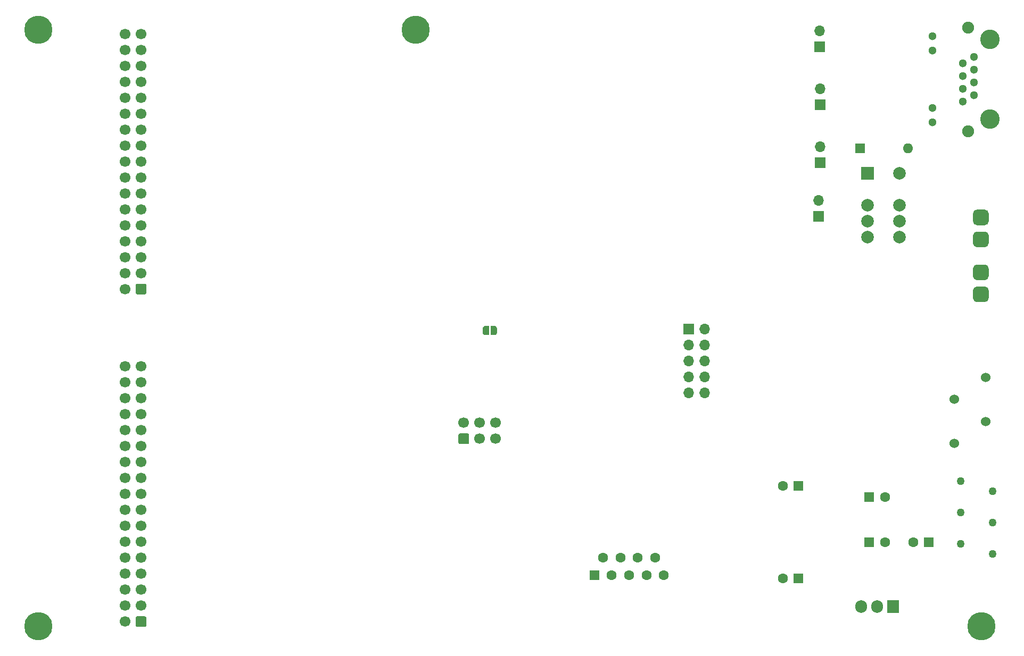
<source format=gbr>
%TF.GenerationSoftware,KiCad,Pcbnew,(5.1.9)-1*%
%TF.CreationDate,2021-05-20T17:23:25+02:00*%
%TF.ProjectId,AR2ISS_AntCTL_HW,41523249-5353-45f4-916e-7443544c5f48,rev?*%
%TF.SameCoordinates,PX2625a00PY8f0d180*%
%TF.FileFunction,Soldermask,Bot*%
%TF.FilePolarity,Negative*%
%FSLAX46Y46*%
G04 Gerber Fmt 4.6, Leading zero omitted, Abs format (unit mm)*
G04 Created by KiCad (PCBNEW (5.1.9)-1) date 2021-05-20 17:23:25*
%MOMM*%
%LPD*%
G01*
G04 APERTURE LIST*
%ADD10C,3.100000*%
%ADD11C,1.900000*%
%ADD12C,1.300000*%
%ADD13R,1.700000X1.700000*%
%ADD14O,1.700000X1.700000*%
%ADD15C,2.000000*%
%ADD16R,2.000000X2.000000*%
%ADD17C,4.500000*%
%ADD18C,1.600000*%
%ADD19R,1.600000X1.600000*%
%ADD20C,1.524000*%
%ADD21O,1.600000X1.600000*%
%ADD22C,1.270000*%
%ADD23C,1.500000*%
%ADD24C,1.700000*%
%ADD25C,0.100000*%
%ADD26R,1.905000X2.000000*%
%ADD27O,1.905000X2.000000*%
G04 APERTURE END LIST*
D10*
%TO.C,J9*%
X155350000Y88750000D03*
X155350000Y101450000D03*
D11*
X151920000Y86850000D03*
X151920000Y103350000D03*
D12*
X152810000Y98670000D03*
X151030000Y97650000D03*
X152810000Y96630000D03*
X151030000Y95610000D03*
X152810000Y94590000D03*
X151030000Y93570000D03*
X152810000Y92550000D03*
X151030000Y91530000D03*
X146170000Y88240000D03*
X146170000Y90530000D03*
X146170000Y99670000D03*
X146170000Y101960000D03*
%TD*%
D13*
%TO.C,J11*%
X128110000Y73280000D03*
D14*
X128110000Y75820000D03*
%TD*%
%TO.C,J13*%
X128250000Y102790000D03*
D13*
X128250000Y100250000D03*
%TD*%
D14*
%TO.C,J12*%
X128370000Y93570000D03*
D13*
X128370000Y91030000D03*
%TD*%
D14*
%TO.C,J10*%
X128360000Y84360000D03*
D13*
X128360000Y81820000D03*
%TD*%
D15*
%TO.C,K1*%
X140983500Y72497000D03*
X135903500Y72497000D03*
X140983500Y80117000D03*
X140983500Y75037000D03*
D16*
X135903500Y80117000D03*
D15*
X135903500Y75037000D03*
X140983500Y69957000D03*
X135903500Y69957000D03*
%TD*%
D17*
%TO.C,U4*%
X154000000Y8000000D03*
%TD*%
%TO.C,U2*%
X64000000Y103000000D03*
%TD*%
D18*
%TO.C,J7*%
X102098500Y18957000D03*
X99328500Y18957000D03*
X96558500Y18957000D03*
X93788500Y18957000D03*
X103483500Y16117000D03*
X100713500Y16117000D03*
X97943500Y16117000D03*
X95173500Y16117000D03*
D19*
X92403500Y16117000D03*
%TD*%
D18*
%TO.C,C10*%
X138653500Y28617000D03*
D19*
X136153500Y28617000D03*
%TD*%
D18*
%TO.C,C7*%
X138653500Y21367000D03*
D19*
X136153500Y21367000D03*
%TD*%
D18*
%TO.C,C6*%
X122403500Y30367000D03*
D19*
X124903500Y30367000D03*
%TD*%
D18*
%TO.C,C2*%
X122403500Y15617000D03*
D19*
X124903500Y15617000D03*
%TD*%
D18*
%TO.C,C1*%
X143153500Y21367000D03*
D19*
X145653500Y21367000D03*
%TD*%
D20*
%TO.C,J2*%
X154653500Y47617004D03*
X149653500Y44117004D03*
X154653500Y40617003D03*
X149653500Y37117003D03*
%TD*%
D19*
%TO.C,D8*%
X134653500Y84117000D03*
D21*
X142273500Y84117000D03*
%TD*%
D22*
%TO.C,F1*%
X155753500Y24517000D03*
X150653500Y26117000D03*
%TD*%
%TO.C,F2*%
X150653500Y31117000D03*
X155753500Y29517000D03*
%TD*%
%TO.C,F3*%
X155753500Y19517000D03*
X150653500Y21117000D03*
%TD*%
%TO.C,J1*%
G36*
G01*
X154528500Y63117000D02*
X153278500Y63117000D01*
G75*
G02*
X152653500Y63742000I0J625000D01*
G01*
X152653500Y64992000D01*
G75*
G02*
X153278500Y65617000I625000J0D01*
G01*
X154528500Y65617000D01*
G75*
G02*
X155153500Y64992000I0J-625000D01*
G01*
X155153500Y63742000D01*
G75*
G02*
X154528500Y63117000I-625000J0D01*
G01*
G37*
G36*
G01*
X154528500Y59617000D02*
X153278500Y59617000D01*
G75*
G02*
X152653500Y60242000I0J625000D01*
G01*
X152653500Y61492000D01*
G75*
G02*
X153278500Y62117000I625000J0D01*
G01*
X154528500Y62117000D01*
G75*
G02*
X155153500Y61492000I0J-625000D01*
G01*
X155153500Y60242000D01*
G75*
G02*
X154528500Y59617000I-625000J0D01*
G01*
G37*
D23*
X153903500Y60867000D03*
X153903500Y64367000D03*
%TD*%
D24*
%TO.C,J3*%
X17767000Y49374000D03*
X17767000Y46834000D03*
X17767000Y44294000D03*
X17767000Y41754000D03*
X17767000Y39214000D03*
X17767000Y36674000D03*
X17767000Y34134000D03*
X17767000Y31594000D03*
X17767000Y29054000D03*
X17767000Y26514000D03*
X17767000Y23974000D03*
X17767000Y21434000D03*
X17767000Y18894000D03*
X17767000Y16354000D03*
X17767000Y13814000D03*
X17767000Y11274000D03*
X17767000Y8734000D03*
X20307000Y49374000D03*
X20307000Y46834000D03*
X20307000Y44294000D03*
X20307000Y41754000D03*
X20307000Y39214000D03*
X20307000Y36674000D03*
X20307000Y34134000D03*
X20307000Y31594000D03*
X20307000Y29054000D03*
X20307000Y26514000D03*
X20307000Y23974000D03*
X20307000Y21434000D03*
X20307000Y18894000D03*
X20307000Y16354000D03*
X20307000Y13814000D03*
X20307000Y11274000D03*
G36*
G01*
X21157000Y9334000D02*
X21157000Y8134000D01*
G75*
G02*
X20907000Y7884000I-250000J0D01*
G01*
X19707000Y7884000D01*
G75*
G02*
X19457000Y8134000I0J250000D01*
G01*
X19457000Y9334000D01*
G75*
G02*
X19707000Y9584000I250000J0D01*
G01*
X20907000Y9584000D01*
G75*
G02*
X21157000Y9334000I0J-250000D01*
G01*
G37*
%TD*%
%TO.C,J4*%
G36*
G01*
X21157000Y62294000D02*
X21157000Y61094000D01*
G75*
G02*
X20907000Y60844000I-250000J0D01*
G01*
X19707000Y60844000D01*
G75*
G02*
X19457000Y61094000I0J250000D01*
G01*
X19457000Y62294000D01*
G75*
G02*
X19707000Y62544000I250000J0D01*
G01*
X20907000Y62544000D01*
G75*
G02*
X21157000Y62294000I0J-250000D01*
G01*
G37*
X20307000Y64234000D03*
X20307000Y66774000D03*
X20307000Y69314000D03*
X20307000Y71854000D03*
X20307000Y74394000D03*
X20307000Y76934000D03*
X20307000Y79474000D03*
X20307000Y82014000D03*
X20307000Y84554000D03*
X20307000Y87094000D03*
X20307000Y89634000D03*
X20307000Y92174000D03*
X20307000Y94714000D03*
X20307000Y97254000D03*
X20307000Y99794000D03*
X20307000Y102334000D03*
X17767000Y61694000D03*
X17767000Y64234000D03*
X17767000Y66774000D03*
X17767000Y69314000D03*
X17767000Y71854000D03*
X17767000Y74394000D03*
X17767000Y76934000D03*
X17767000Y79474000D03*
X17767000Y82014000D03*
X17767000Y84554000D03*
X17767000Y87094000D03*
X17767000Y89634000D03*
X17767000Y92174000D03*
X17767000Y94714000D03*
X17767000Y97254000D03*
X17767000Y99794000D03*
X17767000Y102334000D03*
%TD*%
%TO.C,J5*%
G36*
G01*
X72253500Y37017000D02*
X71053500Y37017000D01*
G75*
G02*
X70803500Y37267000I0J250000D01*
G01*
X70803500Y38467000D01*
G75*
G02*
X71053500Y38717000I250000J0D01*
G01*
X72253500Y38717000D01*
G75*
G02*
X72503500Y38467000I0J-250000D01*
G01*
X72503500Y37267000D01*
G75*
G02*
X72253500Y37017000I-250000J0D01*
G01*
G37*
X74193500Y37867000D03*
X76733500Y37867000D03*
X71653500Y40407000D03*
X74193500Y40407000D03*
X76733500Y40407000D03*
%TD*%
D13*
%TO.C,J6*%
X107403500Y55367000D03*
D14*
X109943500Y55367000D03*
X107403500Y52827000D03*
X109943500Y52827000D03*
X107403500Y50287000D03*
X109943500Y50287000D03*
X107403500Y47747000D03*
X109943500Y47747000D03*
X107403500Y45207000D03*
X109943500Y45207000D03*
%TD*%
D23*
%TO.C,J8*%
X153903500Y73117000D03*
X153903500Y69617000D03*
G36*
G01*
X154528500Y68367000D02*
X153278500Y68367000D01*
G75*
G02*
X152653500Y68992000I0J625000D01*
G01*
X152653500Y70242000D01*
G75*
G02*
X153278500Y70867000I625000J0D01*
G01*
X154528500Y70867000D01*
G75*
G02*
X155153500Y70242000I0J-625000D01*
G01*
X155153500Y68992000D01*
G75*
G02*
X154528500Y68367000I-625000J0D01*
G01*
G37*
G36*
G01*
X154528500Y71867000D02*
X153278500Y71867000D01*
G75*
G02*
X152653500Y72492000I0J625000D01*
G01*
X152653500Y73742000D01*
G75*
G02*
X153278500Y74367000I625000J0D01*
G01*
X154528500Y74367000D01*
G75*
G02*
X155153500Y73742000I0J-625000D01*
G01*
X155153500Y72492000D01*
G75*
G02*
X154528500Y71867000I-625000J0D01*
G01*
G37*
%TD*%
D25*
%TO.C,JP1*%
G36*
X75153500Y54367602D02*
G01*
X75128966Y54367602D01*
X75080135Y54372412D01*
X75032010Y54381984D01*
X74985055Y54396228D01*
X74939722Y54415005D01*
X74896449Y54438136D01*
X74855650Y54465396D01*
X74817721Y54496524D01*
X74783024Y54531221D01*
X74751896Y54569150D01*
X74724636Y54609949D01*
X74701505Y54653222D01*
X74682728Y54698555D01*
X74668484Y54745510D01*
X74658912Y54793635D01*
X74654102Y54842466D01*
X74654102Y54867000D01*
X74653500Y54867000D01*
X74653500Y55367000D01*
X74654102Y55367000D01*
X74654102Y55391534D01*
X74658912Y55440365D01*
X74668484Y55488490D01*
X74682728Y55535445D01*
X74701505Y55580778D01*
X74724636Y55624051D01*
X74751896Y55664850D01*
X74783024Y55702779D01*
X74817721Y55737476D01*
X74855650Y55768604D01*
X74896449Y55795864D01*
X74939722Y55818995D01*
X74985055Y55837772D01*
X75032010Y55852016D01*
X75080135Y55861588D01*
X75128966Y55866398D01*
X75153500Y55866398D01*
X75153500Y55867000D01*
X75653500Y55867000D01*
X75653500Y54367000D01*
X75153500Y54367000D01*
X75153500Y54367602D01*
G37*
G36*
X75953500Y55867000D02*
G01*
X76453500Y55867000D01*
X76453500Y55866398D01*
X76478034Y55866398D01*
X76526865Y55861588D01*
X76574990Y55852016D01*
X76621945Y55837772D01*
X76667278Y55818995D01*
X76710551Y55795864D01*
X76751350Y55768604D01*
X76789279Y55737476D01*
X76823976Y55702779D01*
X76855104Y55664850D01*
X76882364Y55624051D01*
X76905495Y55580778D01*
X76924272Y55535445D01*
X76938516Y55488490D01*
X76948088Y55440365D01*
X76952898Y55391534D01*
X76952898Y55367000D01*
X76953500Y55367000D01*
X76953500Y54867000D01*
X76952898Y54867000D01*
X76952898Y54842466D01*
X76948088Y54793635D01*
X76938516Y54745510D01*
X76924272Y54698555D01*
X76905495Y54653222D01*
X76882364Y54609949D01*
X76855104Y54569150D01*
X76823976Y54531221D01*
X76789279Y54496524D01*
X76751350Y54465396D01*
X76710551Y54438136D01*
X76667278Y54415005D01*
X76621945Y54396228D01*
X76574990Y54381984D01*
X76526865Y54372412D01*
X76478034Y54367602D01*
X76453500Y54367602D01*
X76453500Y54367000D01*
X75953500Y54367000D01*
X75953500Y55867000D01*
G37*
%TD*%
D26*
%TO.C,U5*%
X139943500Y11117000D03*
D27*
X137403500Y11117000D03*
X134863500Y11117000D03*
%TD*%
D17*
%TO.C,U1*%
X4000000Y8000000D03*
%TD*%
%TO.C,U3*%
X4000000Y103000000D03*
%TD*%
M02*

</source>
